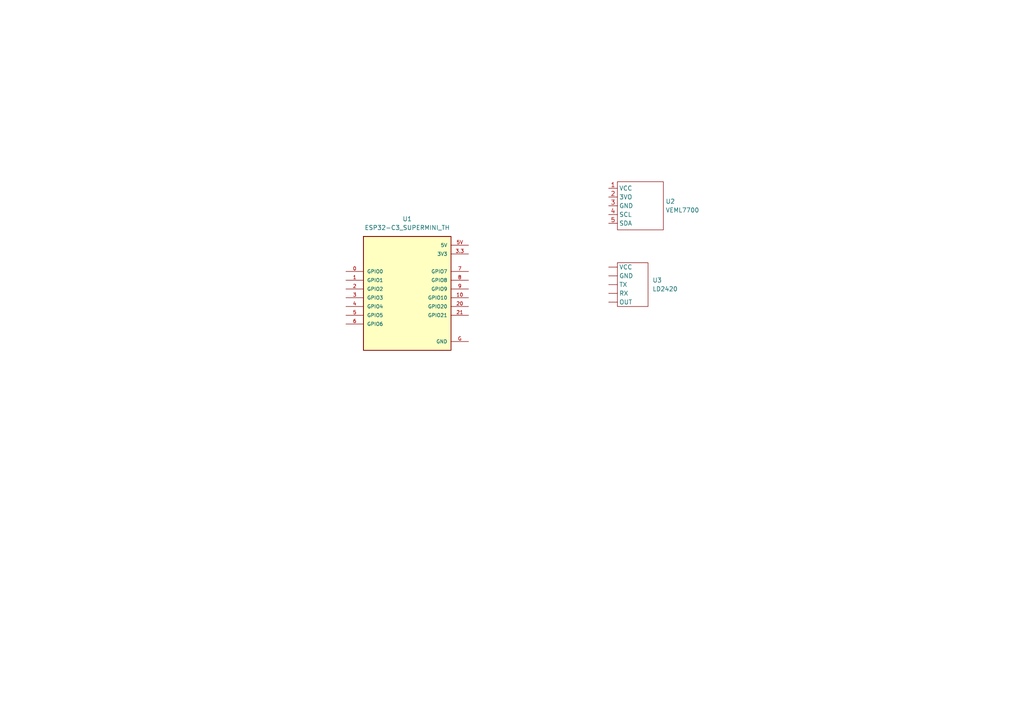
<source format=kicad_sch>
(kicad_sch (version 20250114) (generator "eeschema") (generator_version "9.0")
  (paper "A4")
  (lib_symbols
    (symbol "ESP32-C3_SUPERMINI_TH:ESP32-C3_SUPERMINI_TH" (pin_names (offset 1.016))
      (property "Reference" "U" (at -12.7 16.002 0))
      (property "Value" "ESP32-C3_SUPERMINI_TH" (at -12.7 -20.32 0))
      (symbol "ESP32-C3_SUPERMINI_TH_0_0"
        (rectangle (start -12.7 -17.78) (end 12.7 15.24) (stroke (width 0.254)) (fill (type background)))
        (pin bidirectional line (at -17.78 5.08 0) (length 5.08) (name "GPIO0") (number "0"))
        (pin bidirectional line (at -17.78 2.54 0) (length 5.08) (name "GPIO1") (number "1"))
        (pin bidirectional line (at -17.78 0 0) (length 5.08) (name "GPIO2") (number "2"))
        (pin bidirectional line (at -17.78 -2.54 0) (length 5.08) (name "GPIO3") (number "3"))
        (pin bidirectional line (at -17.78 -5.08 0) (length 5.08) (name "GPIO4") (number "4"))
        (pin bidirectional line (at -17.78 -7.62 0) (length 5.08) (name "GPIO5") (number "5"))
        (pin bidirectional line (at -17.78 -10.16 0) (length 5.08) (name "GPIO6") (number "6"))
        (pin power_in line (at 17.78 12.7 180) (length 5.08) (name "5V") (number "5V"))
        (pin power_in line (at 17.78 10.16 180) (length 5.08) (name "3V3") (number "3.3"))
        (pin bidirectional line (at 17.78 5.08 180) (length 5.08) (name "GPIO7") (number "7"))
        (pin bidirectional line (at 17.78 2.54 180) (length 5.08) (name "GPIO8") (number "8"))
        (pin bidirectional line (at 17.78 0 180) (length 5.08) (name "GPIO9") (number "9"))
        (pin bidirectional line (at 17.78 -2.54 180) (length 5.08) (name "GPIO10") (number "10"))
        (pin bidirectional line (at 17.78 -5.08 180) (length 5.08) (name "GPIO20") (number "20"))
        (pin bidirectional line (at 17.78 -7.62 180) (length 5.08) (name "GPIO21") (number "21"))
        (pin power_in line (at 17.78 -15.24 180) (length 5.08) (name "GND") (number "G"))
      )
    )
    (symbol "LD2420:LD2420"
      (property "Reference" "U" (at 0 0 0))
      (property "Value" "LD2420" (at 0 0 0))
      (symbol "LD2420_0_1"
        (rectangle (start 3.81 5.08) (end 12.7 -7.62))
      )
      (symbol "LD2420_1_1"
        (pin power_in line (at 1.27 3.81 0) (length 2.54) (name "VCC") (number ""))
        (pin power_in line (at 1.27 1.27 0) (length 2.54) (name "GND") (number ""))
        (pin output line (at 1.27 -1.27 0) (length 2.54) (name "TX") (number ""))
        (pin input line (at 1.27 -3.81 0) (length 2.54) (name "RX") (number ""))
        (pin output line (at 1.27 -6.35 0) (length 2.54) (name "OUT") (number ""))
      )
    )
    (symbol "VEML7700:VEML7700_Module"
      (property "Reference" "U" (at 0 0 0))
      (property "Value" "VEML7700" (at 0 0 0))
      (symbol "VEML7700_Module_0_1"
        (rectangle (start 5.08 1.905) (end 18.415 -12.065))
      )
      (symbol "VEML7700_Module_1_1"
        (pin power_in line (at 2.54 0 0) (length 2.54) (name "VCC") (number "1"))
        (pin power_out line (at 2.54 -2.54 0) (length 2.54) (name "3VO") (number "2"))
        (pin power_in line (at 2.54 -5.08 0) (length 2.54) (name "GND") (number "3"))
        (pin bidirectional line (at 2.54 -7.62 0) (length 2.54) (name "SCL") (number "4"))
        (pin bidirectional line (at 2.54 -10.16 0) (length 2.54) (name "SDA") (number "5"))
      )
    )
  )
  (symbol (lib_id "VEML7700:VEML7700_Module") (at 173.99 54.61 0) (unit 1)
    (property "Reference" "U2" (at 193.04 58.4199 0) (effects (justify left)))
    (property "Value" "VEML7700" (at 193.04 60.9599 0) (effects (justify left)))
    (property "Footprint" "VEML7700:VEML7700_Module" (effects (hide yes)))
  )
  (symbol (lib_id "ESP32-C3_SUPERMINI_TH:ESP32-C3_SUPERMINI_TH") (at 118.11 83.82 0) (unit 1)
    (property "Reference" "U1" (at 118.11 63.5 0))
    (property "Value" "ESP32-C3_SUPERMINI_TH" (at 118.11 66.04 0))
    (property "Footprint" "ESP32-C3_SUPERMINI_TH:MODULE_ESP32-C3_SUPERMINI_TH" (effects (hide yes)))
    (property "MF" "Espressif Systems" (effects (hide yes)))
    (property "Description_1" "Super tiny ESP32-C3 board" (effects (hide yes)))
    (property "CREATOR" "DIZAR" (effects (hide yes)))
    (property "Price" "None" (effects (hide yes)))
    (property "Package" "Package" (effects (hide yes)))
    (property "Check_prices" "https://www.snapeda.com/parts/ESP32-C3%20SuperMini_TH/Espressif+Systems/view-part/?ref=eda" (effects (hide yes)))
    (property "STANDARD" "IPC-7351B" (effects (hide yes)))
    (property "SnapEDA_Link" "https://www.snapeda.com/parts/ESP32-C3%20SuperMini_TH/Espressif+Systems/view-part/?ref=snap" (effects (hide yes)))
    (property "MP" "ESP32-C3 SuperMini_TH" (effects (hide yes)))
    (property "Availability" "Not in stock" (effects (hide yes)))
    (property "MANUFACTURER" "Espressif Systems" (effects (hide yes)))
  )
  (symbol (lib_id "LD2420:LD2420") (at 175.26 81.28 0) (unit 1)
    (property "Reference" "U3" (at 189.23 81.2799 0) (effects (justify left)))
    (property "Value" "LD2420" (at 189.23 83.8199 0) (effects (justify left)))
    (property "Footprint" "LD2420:LD2420_Module" (effects (hide yes)))
  )
)
</source>
